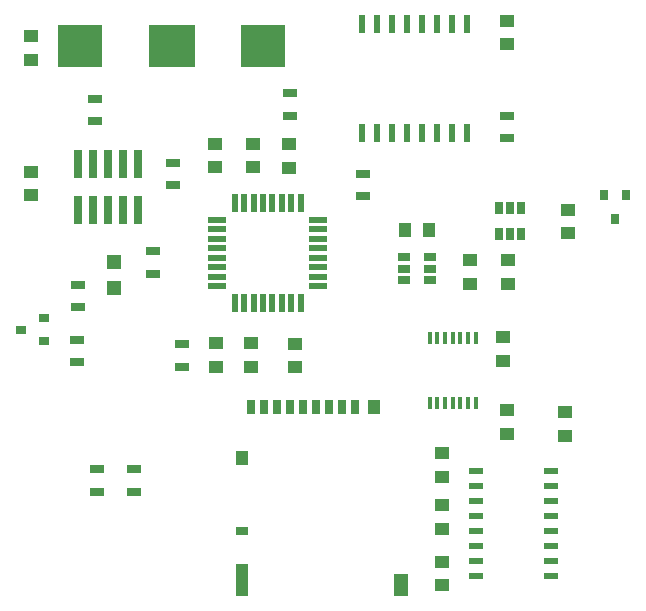
<source format=gbr>
G04 #@! TF.FileFunction,Paste,Top*
%FSLAX46Y46*%
G04 Gerber Fmt 4.6, Leading zero omitted, Abs format (unit mm)*
G04 Created by KiCad (PCBNEW 4.0.2-stable) date 3/8/2017 2:36:32 PM*
%MOMM*%
G01*
G04 APERTURE LIST*
%ADD10C,0.100000*%
%ADD11R,3.750000X3.600000*%
%ADD12R,4.000000X3.600000*%
%ADD13R,0.650000X1.060000*%
%ADD14R,1.250000X1.000000*%
%ADD15R,1.000000X1.250000*%
%ADD16R,0.740000X2.400000*%
%ADD17R,1.300000X0.700000*%
%ADD18R,0.800000X0.900000*%
%ADD19R,0.900000X0.800000*%
%ADD20R,1.600000X0.550000*%
%ADD21R,0.550000X1.600000*%
%ADD22R,1.060000X0.650000*%
%ADD23R,1.143000X0.508000*%
%ADD24R,0.400000X1.050000*%
%ADD25R,0.600000X1.500000*%
%ADD26R,0.700024X1.200150*%
%ADD27R,0.999998X0.800354*%
%ADD28R,0.999998X1.200150*%
%ADD29R,0.999998X2.800350*%
%ADD30R,1.299972X1.900174*%
%ADD31R,1.200000X1.200000*%
G04 APERTURE END LIST*
D10*
D11*
X42800000Y-38350000D03*
D12*
X35050000Y-38350000D03*
D11*
X27300000Y-38350000D03*
D13*
X64650000Y-52100000D03*
X63700000Y-52100000D03*
X62750000Y-52100000D03*
X62750000Y-54300000D03*
X64650000Y-54300000D03*
X63700000Y-54300000D03*
D14*
X44950000Y-46650000D03*
X44950000Y-48650000D03*
X41910000Y-46625000D03*
X41910000Y-48625000D03*
X38735000Y-48625000D03*
X38735000Y-46625000D03*
X41800000Y-65500000D03*
X41800000Y-63500000D03*
X38800000Y-65500000D03*
X38800000Y-63500000D03*
X63450000Y-36200000D03*
X63450000Y-38200000D03*
X63490000Y-56500000D03*
X63490000Y-58500000D03*
X60350000Y-58500000D03*
X60350000Y-56500000D03*
D15*
X54800000Y-53900000D03*
X56800000Y-53900000D03*
D14*
X68326000Y-71358000D03*
X68326000Y-69358000D03*
X57912000Y-77232000D03*
X57912000Y-79232000D03*
X63450000Y-69200000D03*
X63450000Y-71200000D03*
X63100000Y-63000000D03*
X63100000Y-65000000D03*
D16*
X32200000Y-48300000D03*
X30930000Y-48300000D03*
X29660000Y-48300000D03*
X28390000Y-48300000D03*
X27120000Y-48300000D03*
X27120000Y-52200000D03*
X28390000Y-52200000D03*
X29660000Y-52200000D03*
X30930000Y-52200000D03*
X32200000Y-52200000D03*
D17*
X35900000Y-63600000D03*
X35900000Y-65500000D03*
D18*
X73550000Y-51000000D03*
X71650000Y-51000000D03*
X72600000Y-53000000D03*
D19*
X24270000Y-63300000D03*
X24270000Y-61400000D03*
X22270000Y-62350000D03*
D17*
X28600000Y-42800000D03*
X28600000Y-44700000D03*
X35200000Y-48250000D03*
X35200000Y-50150000D03*
X27110000Y-58570000D03*
X27110000Y-60470000D03*
X27050000Y-65100000D03*
X27050000Y-63200000D03*
X28700000Y-76070000D03*
X28700000Y-74170000D03*
X31820000Y-76090000D03*
X31820000Y-74190000D03*
D20*
X38930000Y-53080000D03*
X38930000Y-53880000D03*
X38930000Y-54680000D03*
X38930000Y-55480000D03*
X38930000Y-56280000D03*
X38930000Y-57080000D03*
X38930000Y-57880000D03*
X38930000Y-58680000D03*
D21*
X40380000Y-60130000D03*
X41180000Y-60130000D03*
X41980000Y-60130000D03*
X42780000Y-60130000D03*
X43580000Y-60130000D03*
X44380000Y-60130000D03*
X45180000Y-60130000D03*
X45980000Y-60130000D03*
D20*
X47430000Y-58680000D03*
X47430000Y-57880000D03*
X47430000Y-57080000D03*
X47430000Y-56280000D03*
X47430000Y-55480000D03*
X47430000Y-54680000D03*
X47430000Y-53880000D03*
X47430000Y-53080000D03*
D21*
X45980000Y-51630000D03*
X45180000Y-51630000D03*
X44380000Y-51630000D03*
X43580000Y-51630000D03*
X42780000Y-51630000D03*
X41980000Y-51630000D03*
X41180000Y-51630000D03*
X40380000Y-51630000D03*
D22*
X54700000Y-56250000D03*
X54700000Y-57200000D03*
X54700000Y-58150000D03*
X56900000Y-58150000D03*
X56900000Y-56250000D03*
X56900000Y-57200000D03*
D23*
X67183000Y-74295000D03*
X67183000Y-76835000D03*
X67183000Y-78105000D03*
X67183000Y-79375000D03*
X67183000Y-80645000D03*
X67183000Y-81915000D03*
X67183000Y-83185000D03*
X60833000Y-83185000D03*
X60833000Y-81915000D03*
X60833000Y-80645000D03*
X60833000Y-79375000D03*
X60833000Y-78105000D03*
X60833000Y-76835000D03*
X60833000Y-75565000D03*
X60833000Y-74295000D03*
X67183000Y-75565000D03*
D24*
X56896000Y-63030000D03*
X57546000Y-63030000D03*
X58196000Y-63030000D03*
X58846000Y-63030000D03*
X59496000Y-63030000D03*
X60146000Y-63030000D03*
X60796000Y-63030000D03*
X60796000Y-68580000D03*
X60146000Y-68580000D03*
X59496000Y-68580000D03*
X58846000Y-68580000D03*
X58196000Y-68580000D03*
X57546000Y-68580000D03*
X56896000Y-68580000D03*
D14*
X68600000Y-54200000D03*
X68600000Y-52200000D03*
X45500000Y-63550000D03*
X45500000Y-65550000D03*
D17*
X63450000Y-44250000D03*
X63450000Y-46150000D03*
X51250000Y-49150000D03*
X51250000Y-51050000D03*
X45050000Y-44250000D03*
X45050000Y-42350000D03*
D25*
X60045000Y-36450000D03*
X58775000Y-36450000D03*
X57505000Y-36450000D03*
X56235000Y-36450000D03*
X54965000Y-36450000D03*
X53695000Y-36450000D03*
X52425000Y-36450000D03*
X51155000Y-36450000D03*
X51155000Y-45750000D03*
X52425000Y-45750000D03*
X53695000Y-45750000D03*
X54965000Y-45750000D03*
X56235000Y-45750000D03*
X57505000Y-45750000D03*
X58775000Y-45750000D03*
X60045000Y-45750000D03*
D26*
X50599746Y-68899925D03*
X49499926Y-68899925D03*
X48399852Y-68899925D03*
X47299778Y-68899925D03*
X46199704Y-68899925D03*
X45099884Y-68899925D03*
X43999810Y-68899925D03*
X42899736Y-68899925D03*
X41799662Y-68899925D03*
D27*
X40999816Y-79399904D03*
D28*
X40999816Y-73199764D03*
D29*
X41000070Y-83549756D03*
D30*
X54499916Y-84000225D03*
D28*
X52149654Y-68899798D03*
D14*
X23100000Y-49000000D03*
X23100000Y-51000000D03*
X23100000Y-37500000D03*
X23100000Y-39500000D03*
X57900000Y-74800000D03*
X57900000Y-72800000D03*
X57950000Y-82000000D03*
X57950000Y-84000000D03*
D31*
X30150000Y-58800000D03*
X30150000Y-56600000D03*
D17*
X33500000Y-55725000D03*
X33500000Y-57625000D03*
M02*

</source>
